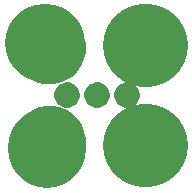
<source format=gbs>
%TF.GenerationSoftware,KiCad,Pcbnew,4.0.5-e0-6337~49~ubuntu16.04.1*%
%TF.CreationDate,2017-01-19T00:00:55-08:00*%
%TF.ProjectId,2x2-Servo-Header,3278322D536572766F2D486561646572,1.0*%
%TF.FileFunction,Soldermask,Bot*%
%FSLAX46Y46*%
G04 Gerber Fmt 4.6, Leading zero omitted, Abs format (unit mm)*
G04 Created by KiCad (PCBNEW 4.0.5-e0-6337~49~ubuntu16.04.1) date Thu Jan 19 00:00:55 2017*
%MOMM*%
%LPD*%
G01*
G04 APERTURE LIST*
%ADD10C,0.350000*%
%ADD11C,7.000000*%
%ADD12C,6.600000*%
G04 APERTURE END LIST*
D10*
D11*
X148468080Y-100466280D02*
X148668080Y-100466280D01*
X148468080Y-108866280D02*
X148668080Y-108866280D01*
D12*
X140268080Y-109266280D02*
X140268080Y-109066280D01*
X140168080Y-100266280D02*
X139968080Y-100266280D01*
D10*
G36*
X140791190Y-105592127D02*
X141382135Y-105713431D01*
X141938278Y-105947212D01*
X142438414Y-106284558D01*
X142863501Y-106712623D01*
X143197346Y-107215101D01*
X143427236Y-107772856D01*
X143544344Y-108364294D01*
X143544344Y-108364304D01*
X143544411Y-108364643D01*
X143534790Y-109053696D01*
X143534713Y-109054034D01*
X143534713Y-109054042D01*
X143401137Y-109641981D01*
X143155765Y-110193096D01*
X142808017Y-110686058D01*
X142371142Y-111102089D01*
X141861780Y-111425341D01*
X141299334Y-111643499D01*
X140705227Y-111748256D01*
X140102083Y-111735622D01*
X139512880Y-111606077D01*
X138960062Y-111364557D01*
X138464687Y-111020262D01*
X138045617Y-110586303D01*
X137718818Y-110079210D01*
X137496736Y-109518294D01*
X137387835Y-108924938D01*
X137396257Y-108321721D01*
X137521686Y-107731627D01*
X137759339Y-107177138D01*
X138100171Y-106679368D01*
X138531192Y-106257280D01*
X139035993Y-105926948D01*
X139595339Y-105700957D01*
X140187925Y-105587916D01*
X140791190Y-105592127D01*
X140791190Y-105592127D01*
G37*
G36*
X148791190Y-97592127D02*
X149382135Y-97713431D01*
X149938278Y-97947212D01*
X150438414Y-98284558D01*
X150863501Y-98712623D01*
X151197346Y-99215101D01*
X151427236Y-99772856D01*
X151544344Y-100364294D01*
X151544344Y-100364304D01*
X151544411Y-100364643D01*
X151534790Y-101053696D01*
X151534713Y-101054034D01*
X151534713Y-101054042D01*
X151401137Y-101641981D01*
X151155765Y-102193096D01*
X150808017Y-102686058D01*
X150371142Y-103102089D01*
X149861780Y-103425341D01*
X149299334Y-103643499D01*
X148705227Y-103748256D01*
X148102083Y-103735622D01*
X147606855Y-103626739D01*
X147592600Y-103625664D01*
X147578611Y-103628603D01*
X147565994Y-103635323D01*
X147555749Y-103645292D01*
X147548687Y-103657720D01*
X147545367Y-103671624D01*
X147546051Y-103685902D01*
X147550687Y-103699425D01*
X147558906Y-103711120D01*
X147567539Y-103718469D01*
X147737398Y-103833041D01*
X147886113Y-103982798D01*
X148002907Y-104158588D01*
X148083333Y-104353716D01*
X148124258Y-104560404D01*
X148124258Y-104560409D01*
X148124326Y-104560753D01*
X148120960Y-104801816D01*
X148120883Y-104802154D01*
X148120883Y-104802163D01*
X148074202Y-105007629D01*
X147988361Y-105200432D01*
X147866701Y-105372895D01*
X147713862Y-105518442D01*
X147578446Y-105604380D01*
X147567574Y-105613662D01*
X147559719Y-105625604D01*
X147555501Y-105639263D01*
X147555256Y-105653555D01*
X147559002Y-105667351D01*
X147566444Y-105679556D01*
X147576991Y-105689205D01*
X147589808Y-105695533D01*
X147603881Y-105698041D01*
X147615185Y-105697172D01*
X148187925Y-105587916D01*
X148791190Y-105592127D01*
X149382135Y-105713431D01*
X149938278Y-105947212D01*
X150438414Y-106284558D01*
X150863501Y-106712623D01*
X151197346Y-107215101D01*
X151427236Y-107772856D01*
X151544344Y-108364294D01*
X151544344Y-108364304D01*
X151544411Y-108364643D01*
X151534790Y-109053696D01*
X151534713Y-109054034D01*
X151534713Y-109054042D01*
X151401137Y-109641981D01*
X151155765Y-110193096D01*
X150808017Y-110686058D01*
X150371142Y-111102089D01*
X149861780Y-111425341D01*
X149299334Y-111643499D01*
X148705227Y-111748256D01*
X148102083Y-111735622D01*
X147512880Y-111606077D01*
X146960062Y-111364557D01*
X146464687Y-111020262D01*
X146045617Y-110586303D01*
X145718818Y-110079210D01*
X145496736Y-109518294D01*
X145387835Y-108924938D01*
X145396257Y-108321721D01*
X145521686Y-107731627D01*
X145759339Y-107177138D01*
X146100171Y-106679368D01*
X146531192Y-106257280D01*
X147035993Y-105926948D01*
X147315509Y-105814016D01*
X147327878Y-105806850D01*
X147337760Y-105796521D01*
X147344374Y-105783848D01*
X147347195Y-105769835D01*
X147346001Y-105755590D01*
X147340885Y-105742242D01*
X147332253Y-105730848D01*
X147320789Y-105722309D01*
X147307399Y-105717303D01*
X147287658Y-105716887D01*
X147131047Y-105744502D01*
X146920037Y-105740082D01*
X146713905Y-105694761D01*
X146520502Y-105610265D01*
X146347199Y-105489816D01*
X146200588Y-105337997D01*
X146086258Y-105160590D01*
X146008561Y-104964352D01*
X145970464Y-104756772D01*
X145973410Y-104545738D01*
X146017291Y-104339293D01*
X146100433Y-104145308D01*
X146219673Y-103971163D01*
X146370464Y-103823497D01*
X146547068Y-103707931D01*
X146742755Y-103628868D01*
X146950067Y-103589322D01*
X147161122Y-103590795D01*
X147285188Y-103616262D01*
X147299456Y-103617138D01*
X147313403Y-103614004D01*
X147325925Y-103607109D01*
X147336030Y-103596998D01*
X147342918Y-103584472D01*
X147346043Y-103570523D01*
X147345159Y-103556256D01*
X147340335Y-103542799D01*
X147331954Y-103531220D01*
X147315741Y-103519949D01*
X146960062Y-103364557D01*
X146464687Y-103020262D01*
X146045617Y-102586303D01*
X145718818Y-102079210D01*
X145496736Y-101518294D01*
X145387835Y-100924938D01*
X145396257Y-100321721D01*
X145521686Y-99731627D01*
X145759339Y-99177138D01*
X146100171Y-98679368D01*
X146531192Y-98257280D01*
X147035993Y-97926948D01*
X147595339Y-97700957D01*
X148187925Y-97587916D01*
X148791190Y-97592127D01*
X148791190Y-97592127D01*
G37*
G36*
X142081122Y-103590795D02*
X142287857Y-103633232D01*
X142482427Y-103715021D01*
X142657398Y-103833041D01*
X142806113Y-103982798D01*
X142922907Y-104158588D01*
X143003333Y-104353716D01*
X143044258Y-104560404D01*
X143044258Y-104560409D01*
X143044326Y-104560753D01*
X143040960Y-104801816D01*
X143040883Y-104802154D01*
X143040883Y-104802163D01*
X142994202Y-105007629D01*
X142908361Y-105200432D01*
X142786701Y-105372895D01*
X142633862Y-105518442D01*
X142455664Y-105631530D01*
X142258890Y-105707853D01*
X142051047Y-105744502D01*
X141840037Y-105740082D01*
X141633905Y-105694761D01*
X141440502Y-105610265D01*
X141267199Y-105489816D01*
X141120588Y-105337997D01*
X141006258Y-105160590D01*
X140928561Y-104964352D01*
X140890464Y-104756772D01*
X140893410Y-104545738D01*
X140937291Y-104339293D01*
X141020433Y-104145308D01*
X141139673Y-103971163D01*
X141290464Y-103823497D01*
X141467068Y-103707931D01*
X141662755Y-103628868D01*
X141870067Y-103589322D01*
X142081122Y-103590795D01*
X142081122Y-103590795D01*
G37*
G36*
X144621122Y-103590795D02*
X144827857Y-103633232D01*
X145022427Y-103715021D01*
X145197398Y-103833041D01*
X145346113Y-103982798D01*
X145462907Y-104158588D01*
X145543333Y-104353716D01*
X145584258Y-104560404D01*
X145584258Y-104560409D01*
X145584326Y-104560753D01*
X145580960Y-104801816D01*
X145580883Y-104802154D01*
X145580883Y-104802163D01*
X145534202Y-105007629D01*
X145448361Y-105200432D01*
X145326701Y-105372895D01*
X145173862Y-105518442D01*
X144995664Y-105631530D01*
X144798890Y-105707853D01*
X144591047Y-105744502D01*
X144380037Y-105740082D01*
X144173905Y-105694761D01*
X143980502Y-105610265D01*
X143807199Y-105489816D01*
X143660588Y-105337997D01*
X143546258Y-105160590D01*
X143468561Y-104964352D01*
X143430464Y-104756772D01*
X143433410Y-104545738D01*
X143477291Y-104339293D01*
X143560433Y-104145308D01*
X143679673Y-103971163D01*
X143830464Y-103823497D01*
X144007068Y-103707931D01*
X144202755Y-103628868D01*
X144410067Y-103589322D01*
X144621122Y-103590795D01*
X144621122Y-103590795D01*
G37*
G36*
X140791190Y-97592127D02*
X141382135Y-97713431D01*
X141938278Y-97947212D01*
X142438414Y-98284558D01*
X142863501Y-98712623D01*
X143197346Y-99215101D01*
X143427236Y-99772856D01*
X143544344Y-100364294D01*
X143544344Y-100364304D01*
X143544411Y-100364643D01*
X143534790Y-101053696D01*
X143534713Y-101054034D01*
X143534713Y-101054042D01*
X143401137Y-101641981D01*
X143155765Y-102193096D01*
X142808017Y-102686058D01*
X142371142Y-103102089D01*
X141861780Y-103425341D01*
X141299334Y-103643499D01*
X140705227Y-103748256D01*
X140102083Y-103735622D01*
X139512880Y-103606077D01*
X138960062Y-103364557D01*
X138464687Y-103020262D01*
X138045617Y-102586303D01*
X137718818Y-102079210D01*
X137496736Y-101518294D01*
X137387835Y-100924938D01*
X137396257Y-100321721D01*
X137521686Y-99731627D01*
X137759339Y-99177138D01*
X138100171Y-98679368D01*
X138531192Y-98257280D01*
X139035993Y-97926948D01*
X139595339Y-97700957D01*
X140187925Y-97587916D01*
X140791190Y-97592127D01*
X140791190Y-97592127D01*
G37*
M02*

</source>
